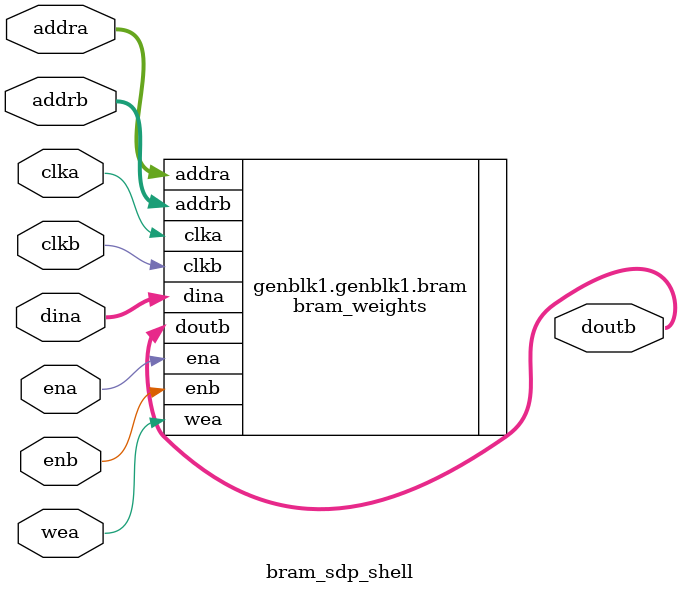
<source format=sv>
`timescale 1ns/1ps

module bram_sdp_shell #(
  R_DEPTH      = 8,
  R_DATA_WIDTH = 8,
  W_DATA_WIDTH = 8,
  TYPE         = "XILINX_WEIGHTS" //, "EMPTY"
)(
  clka ,    
  ena  ,     
  wea  ,     
  addra,  
  dina ,   
  clkb ,   
  enb  ,     
  addrb,  
  doutb
);

  localparam SIZE = R_DEPTH * R_DATA_WIDTH;
  localparam W_DEPTH =  SIZE / W_DATA_WIDTH;
  localparam W_ADDR_WIDTH = $clog2(W_DEPTH);
  localparam R_ADDR_WIDTH = $clog2(R_DEPTH);

  input  logic clka ;
  input  logic clkb ;
  input  logic ena  ;
  input  logic wea  ;
  input  logic enb  ;
  input  logic [W_ADDR_WIDTH-1:0] addra;
  input  logic [R_ADDR_WIDTH-1:0] addrb;
  input  logic [W_DATA_WIDTH-1:0] dina ;
  output logic [R_DATA_WIDTH-1:0] doutb;

  generate
    if (TYPE =="EMPTY")
      assign doutb = dina & ena & wea & enb & addra & addrb;

    else if (TYPE == "XILINX_WEIGHTS")
      bram_weights bram (
        .clka   (clka),    
        .ena    (ena),     
        .wea    (wea),     
        .addra  (addra),  
        .dina   (dina),   
        .clkb   (clkb),   
        .enb    (enb),     
        .addrb  (addrb),  
        .doutb  (doutb)  
      );
  endgenerate
endmodule
</source>
